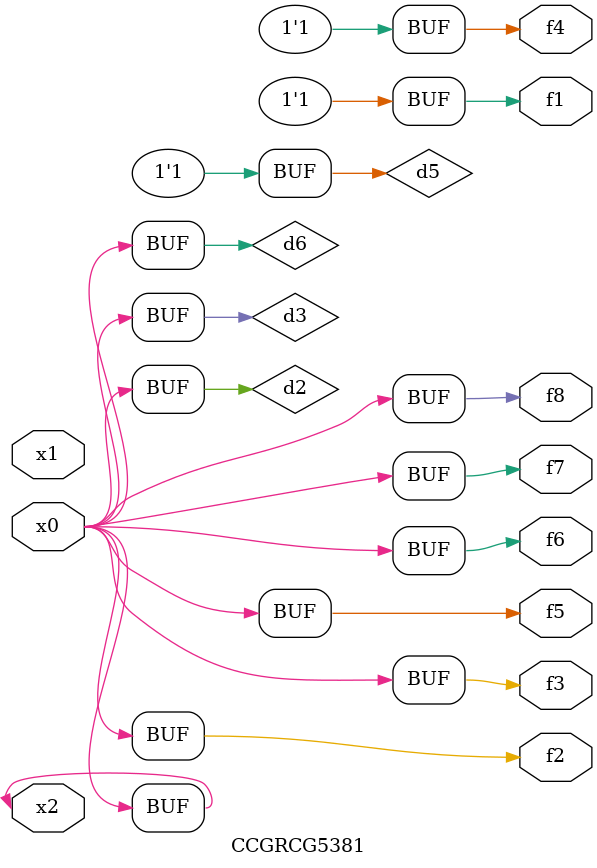
<source format=v>
module CCGRCG5381(
	input x0, x1, x2,
	output f1, f2, f3, f4, f5, f6, f7, f8
);

	wire d1, d2, d3, d4, d5, d6;

	xnor (d1, x2);
	buf (d2, x0, x2);
	and (d3, x0);
	xnor (d4, x1, x2);
	nand (d5, d1, d3);
	buf (d6, d2, d3);
	assign f1 = d5;
	assign f2 = d6;
	assign f3 = d6;
	assign f4 = d5;
	assign f5 = d6;
	assign f6 = d6;
	assign f7 = d6;
	assign f8 = d6;
endmodule

</source>
